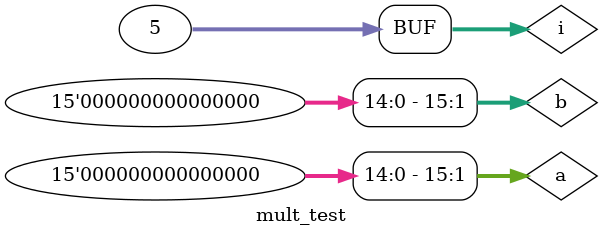
<source format=v>
module mult_test;
reg [15:0] a, b;
wire [31:0] prod;
integer i;

mult_16b m0(.a (a), .b (b), .prod (prod));

initial begin
	a <= 0;
	b <= 0;
	
	//this section loops ten times to create random test cases
	for (i = 0; i < 5; i = i + 1) begin
		#10 a <= $random;
		    b <= $random;
	end
end
initial begin
	$monitor ("%t | a = %b | b = %b | prod = %b", $time, a, b, prod);
	$dumpfile("mult16b.vcd");
	$dumpvars();
	$display("\t\ttime");
end
endmodule

</source>
